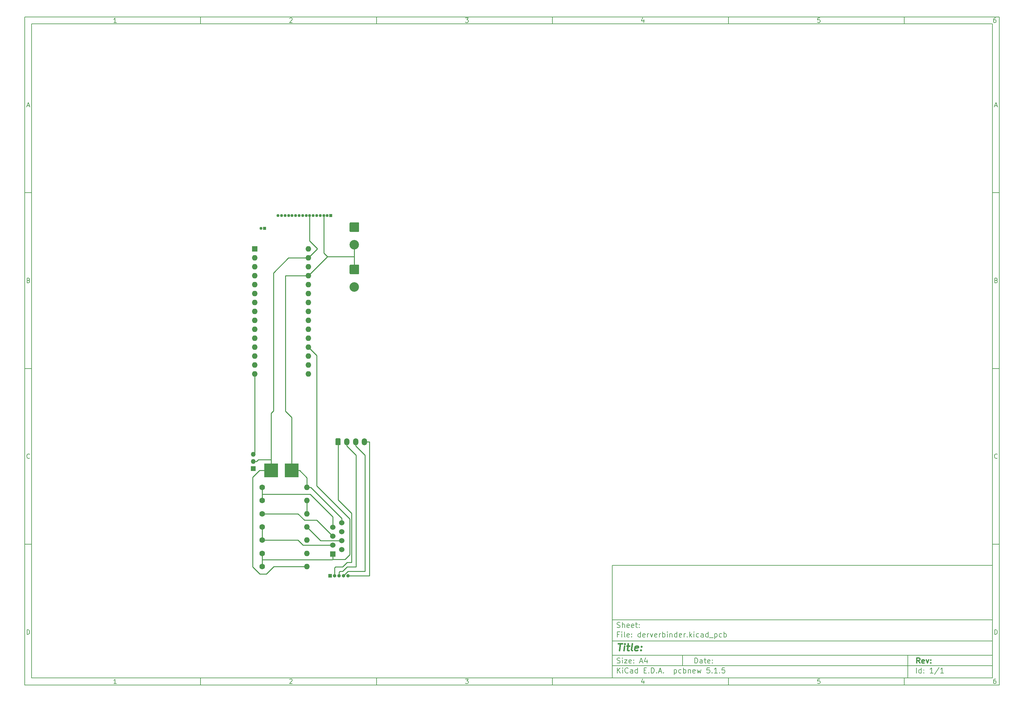
<source format=gbr>
G04 #@! TF.GenerationSoftware,KiCad,Pcbnew,5.1.5*
G04 #@! TF.CreationDate,2019-11-29T13:32:30+01:00*
G04 #@! TF.ProjectId,derverbinder,64657276-6572-4626-996e-6465722e6b69,rev?*
G04 #@! TF.SameCoordinates,Original*
G04 #@! TF.FileFunction,Copper,L1,Top*
G04 #@! TF.FilePolarity,Positive*
%FSLAX46Y46*%
G04 Gerber Fmt 4.6, Leading zero omitted, Abs format (unit mm)*
G04 Created by KiCad (PCBNEW 5.1.5) date 2019-11-29 13:32:30*
%MOMM*%
%LPD*%
G04 APERTURE LIST*
%ADD10C,0.100000*%
%ADD11C,0.150000*%
%ADD12C,0.300000*%
%ADD13C,0.400000*%
%ADD14O,1.350000X1.350000*%
%ADD15R,1.350000X1.350000*%
%ADD16O,1.500000X2.000000*%
%ADD17C,1.600000*%
%ADD18O,1.600000X1.600000*%
%ADD19R,4.000000X4.000000*%
%ADD20R,1.600000X1.600000*%
%ADD21C,2.700000*%
%ADD22O,0.850000X0.850000*%
%ADD23R,0.850000X0.850000*%
%ADD24O,1.000000X1.000000*%
%ADD25R,1.000000X1.000000*%
%ADD26R,1.524000X1.524000*%
%ADD27C,1.524000*%
%ADD28C,0.250000*%
G04 APERTURE END LIST*
D10*
D11*
X177002200Y-166007200D02*
X177002200Y-198007200D01*
X285002200Y-198007200D01*
X285002200Y-166007200D01*
X177002200Y-166007200D01*
D10*
D11*
X10000000Y-10000000D02*
X10000000Y-200007200D01*
X287002200Y-200007200D01*
X287002200Y-10000000D01*
X10000000Y-10000000D01*
D10*
D11*
X12000000Y-12000000D02*
X12000000Y-198007200D01*
X285002200Y-198007200D01*
X285002200Y-12000000D01*
X12000000Y-12000000D01*
D10*
D11*
X60000000Y-12000000D02*
X60000000Y-10000000D01*
D10*
D11*
X110000000Y-12000000D02*
X110000000Y-10000000D01*
D10*
D11*
X160000000Y-12000000D02*
X160000000Y-10000000D01*
D10*
D11*
X210000000Y-12000000D02*
X210000000Y-10000000D01*
D10*
D11*
X260000000Y-12000000D02*
X260000000Y-10000000D01*
D10*
D11*
X36065476Y-11588095D02*
X35322619Y-11588095D01*
X35694047Y-11588095D02*
X35694047Y-10288095D01*
X35570238Y-10473809D01*
X35446428Y-10597619D01*
X35322619Y-10659523D01*
D10*
D11*
X85322619Y-10411904D02*
X85384523Y-10350000D01*
X85508333Y-10288095D01*
X85817857Y-10288095D01*
X85941666Y-10350000D01*
X86003571Y-10411904D01*
X86065476Y-10535714D01*
X86065476Y-10659523D01*
X86003571Y-10845238D01*
X85260714Y-11588095D01*
X86065476Y-11588095D01*
D10*
D11*
X135260714Y-10288095D02*
X136065476Y-10288095D01*
X135632142Y-10783333D01*
X135817857Y-10783333D01*
X135941666Y-10845238D01*
X136003571Y-10907142D01*
X136065476Y-11030952D01*
X136065476Y-11340476D01*
X136003571Y-11464285D01*
X135941666Y-11526190D01*
X135817857Y-11588095D01*
X135446428Y-11588095D01*
X135322619Y-11526190D01*
X135260714Y-11464285D01*
D10*
D11*
X185941666Y-10721428D02*
X185941666Y-11588095D01*
X185632142Y-10226190D02*
X185322619Y-11154761D01*
X186127380Y-11154761D01*
D10*
D11*
X236003571Y-10288095D02*
X235384523Y-10288095D01*
X235322619Y-10907142D01*
X235384523Y-10845238D01*
X235508333Y-10783333D01*
X235817857Y-10783333D01*
X235941666Y-10845238D01*
X236003571Y-10907142D01*
X236065476Y-11030952D01*
X236065476Y-11340476D01*
X236003571Y-11464285D01*
X235941666Y-11526190D01*
X235817857Y-11588095D01*
X235508333Y-11588095D01*
X235384523Y-11526190D01*
X235322619Y-11464285D01*
D10*
D11*
X285941666Y-10288095D02*
X285694047Y-10288095D01*
X285570238Y-10350000D01*
X285508333Y-10411904D01*
X285384523Y-10597619D01*
X285322619Y-10845238D01*
X285322619Y-11340476D01*
X285384523Y-11464285D01*
X285446428Y-11526190D01*
X285570238Y-11588095D01*
X285817857Y-11588095D01*
X285941666Y-11526190D01*
X286003571Y-11464285D01*
X286065476Y-11340476D01*
X286065476Y-11030952D01*
X286003571Y-10907142D01*
X285941666Y-10845238D01*
X285817857Y-10783333D01*
X285570238Y-10783333D01*
X285446428Y-10845238D01*
X285384523Y-10907142D01*
X285322619Y-11030952D01*
D10*
D11*
X60000000Y-198007200D02*
X60000000Y-200007200D01*
D10*
D11*
X110000000Y-198007200D02*
X110000000Y-200007200D01*
D10*
D11*
X160000000Y-198007200D02*
X160000000Y-200007200D01*
D10*
D11*
X210000000Y-198007200D02*
X210000000Y-200007200D01*
D10*
D11*
X260000000Y-198007200D02*
X260000000Y-200007200D01*
D10*
D11*
X36065476Y-199595295D02*
X35322619Y-199595295D01*
X35694047Y-199595295D02*
X35694047Y-198295295D01*
X35570238Y-198481009D01*
X35446428Y-198604819D01*
X35322619Y-198666723D01*
D10*
D11*
X85322619Y-198419104D02*
X85384523Y-198357200D01*
X85508333Y-198295295D01*
X85817857Y-198295295D01*
X85941666Y-198357200D01*
X86003571Y-198419104D01*
X86065476Y-198542914D01*
X86065476Y-198666723D01*
X86003571Y-198852438D01*
X85260714Y-199595295D01*
X86065476Y-199595295D01*
D10*
D11*
X135260714Y-198295295D02*
X136065476Y-198295295D01*
X135632142Y-198790533D01*
X135817857Y-198790533D01*
X135941666Y-198852438D01*
X136003571Y-198914342D01*
X136065476Y-199038152D01*
X136065476Y-199347676D01*
X136003571Y-199471485D01*
X135941666Y-199533390D01*
X135817857Y-199595295D01*
X135446428Y-199595295D01*
X135322619Y-199533390D01*
X135260714Y-199471485D01*
D10*
D11*
X185941666Y-198728628D02*
X185941666Y-199595295D01*
X185632142Y-198233390D02*
X185322619Y-199161961D01*
X186127380Y-199161961D01*
D10*
D11*
X236003571Y-198295295D02*
X235384523Y-198295295D01*
X235322619Y-198914342D01*
X235384523Y-198852438D01*
X235508333Y-198790533D01*
X235817857Y-198790533D01*
X235941666Y-198852438D01*
X236003571Y-198914342D01*
X236065476Y-199038152D01*
X236065476Y-199347676D01*
X236003571Y-199471485D01*
X235941666Y-199533390D01*
X235817857Y-199595295D01*
X235508333Y-199595295D01*
X235384523Y-199533390D01*
X235322619Y-199471485D01*
D10*
D11*
X285941666Y-198295295D02*
X285694047Y-198295295D01*
X285570238Y-198357200D01*
X285508333Y-198419104D01*
X285384523Y-198604819D01*
X285322619Y-198852438D01*
X285322619Y-199347676D01*
X285384523Y-199471485D01*
X285446428Y-199533390D01*
X285570238Y-199595295D01*
X285817857Y-199595295D01*
X285941666Y-199533390D01*
X286003571Y-199471485D01*
X286065476Y-199347676D01*
X286065476Y-199038152D01*
X286003571Y-198914342D01*
X285941666Y-198852438D01*
X285817857Y-198790533D01*
X285570238Y-198790533D01*
X285446428Y-198852438D01*
X285384523Y-198914342D01*
X285322619Y-199038152D01*
D10*
D11*
X10000000Y-60000000D02*
X12000000Y-60000000D01*
D10*
D11*
X10000000Y-110000000D02*
X12000000Y-110000000D01*
D10*
D11*
X10000000Y-160000000D02*
X12000000Y-160000000D01*
D10*
D11*
X10690476Y-35216666D02*
X11309523Y-35216666D01*
X10566666Y-35588095D02*
X11000000Y-34288095D01*
X11433333Y-35588095D01*
D10*
D11*
X11092857Y-84907142D02*
X11278571Y-84969047D01*
X11340476Y-85030952D01*
X11402380Y-85154761D01*
X11402380Y-85340476D01*
X11340476Y-85464285D01*
X11278571Y-85526190D01*
X11154761Y-85588095D01*
X10659523Y-85588095D01*
X10659523Y-84288095D01*
X11092857Y-84288095D01*
X11216666Y-84350000D01*
X11278571Y-84411904D01*
X11340476Y-84535714D01*
X11340476Y-84659523D01*
X11278571Y-84783333D01*
X11216666Y-84845238D01*
X11092857Y-84907142D01*
X10659523Y-84907142D01*
D10*
D11*
X11402380Y-135464285D02*
X11340476Y-135526190D01*
X11154761Y-135588095D01*
X11030952Y-135588095D01*
X10845238Y-135526190D01*
X10721428Y-135402380D01*
X10659523Y-135278571D01*
X10597619Y-135030952D01*
X10597619Y-134845238D01*
X10659523Y-134597619D01*
X10721428Y-134473809D01*
X10845238Y-134350000D01*
X11030952Y-134288095D01*
X11154761Y-134288095D01*
X11340476Y-134350000D01*
X11402380Y-134411904D01*
D10*
D11*
X10659523Y-185588095D02*
X10659523Y-184288095D01*
X10969047Y-184288095D01*
X11154761Y-184350000D01*
X11278571Y-184473809D01*
X11340476Y-184597619D01*
X11402380Y-184845238D01*
X11402380Y-185030952D01*
X11340476Y-185278571D01*
X11278571Y-185402380D01*
X11154761Y-185526190D01*
X10969047Y-185588095D01*
X10659523Y-185588095D01*
D10*
D11*
X287002200Y-60000000D02*
X285002200Y-60000000D01*
D10*
D11*
X287002200Y-110000000D02*
X285002200Y-110000000D01*
D10*
D11*
X287002200Y-160000000D02*
X285002200Y-160000000D01*
D10*
D11*
X285692676Y-35216666D02*
X286311723Y-35216666D01*
X285568866Y-35588095D02*
X286002200Y-34288095D01*
X286435533Y-35588095D01*
D10*
D11*
X286095057Y-84907142D02*
X286280771Y-84969047D01*
X286342676Y-85030952D01*
X286404580Y-85154761D01*
X286404580Y-85340476D01*
X286342676Y-85464285D01*
X286280771Y-85526190D01*
X286156961Y-85588095D01*
X285661723Y-85588095D01*
X285661723Y-84288095D01*
X286095057Y-84288095D01*
X286218866Y-84350000D01*
X286280771Y-84411904D01*
X286342676Y-84535714D01*
X286342676Y-84659523D01*
X286280771Y-84783333D01*
X286218866Y-84845238D01*
X286095057Y-84907142D01*
X285661723Y-84907142D01*
D10*
D11*
X286404580Y-135464285D02*
X286342676Y-135526190D01*
X286156961Y-135588095D01*
X286033152Y-135588095D01*
X285847438Y-135526190D01*
X285723628Y-135402380D01*
X285661723Y-135278571D01*
X285599819Y-135030952D01*
X285599819Y-134845238D01*
X285661723Y-134597619D01*
X285723628Y-134473809D01*
X285847438Y-134350000D01*
X286033152Y-134288095D01*
X286156961Y-134288095D01*
X286342676Y-134350000D01*
X286404580Y-134411904D01*
D10*
D11*
X285661723Y-185588095D02*
X285661723Y-184288095D01*
X285971247Y-184288095D01*
X286156961Y-184350000D01*
X286280771Y-184473809D01*
X286342676Y-184597619D01*
X286404580Y-184845238D01*
X286404580Y-185030952D01*
X286342676Y-185278571D01*
X286280771Y-185402380D01*
X286156961Y-185526190D01*
X285971247Y-185588095D01*
X285661723Y-185588095D01*
D10*
D11*
X200434342Y-193785771D02*
X200434342Y-192285771D01*
X200791485Y-192285771D01*
X201005771Y-192357200D01*
X201148628Y-192500057D01*
X201220057Y-192642914D01*
X201291485Y-192928628D01*
X201291485Y-193142914D01*
X201220057Y-193428628D01*
X201148628Y-193571485D01*
X201005771Y-193714342D01*
X200791485Y-193785771D01*
X200434342Y-193785771D01*
X202577200Y-193785771D02*
X202577200Y-193000057D01*
X202505771Y-192857200D01*
X202362914Y-192785771D01*
X202077200Y-192785771D01*
X201934342Y-192857200D01*
X202577200Y-193714342D02*
X202434342Y-193785771D01*
X202077200Y-193785771D01*
X201934342Y-193714342D01*
X201862914Y-193571485D01*
X201862914Y-193428628D01*
X201934342Y-193285771D01*
X202077200Y-193214342D01*
X202434342Y-193214342D01*
X202577200Y-193142914D01*
X203077200Y-192785771D02*
X203648628Y-192785771D01*
X203291485Y-192285771D02*
X203291485Y-193571485D01*
X203362914Y-193714342D01*
X203505771Y-193785771D01*
X203648628Y-193785771D01*
X204720057Y-193714342D02*
X204577200Y-193785771D01*
X204291485Y-193785771D01*
X204148628Y-193714342D01*
X204077200Y-193571485D01*
X204077200Y-193000057D01*
X204148628Y-192857200D01*
X204291485Y-192785771D01*
X204577200Y-192785771D01*
X204720057Y-192857200D01*
X204791485Y-193000057D01*
X204791485Y-193142914D01*
X204077200Y-193285771D01*
X205434342Y-193642914D02*
X205505771Y-193714342D01*
X205434342Y-193785771D01*
X205362914Y-193714342D01*
X205434342Y-193642914D01*
X205434342Y-193785771D01*
X205434342Y-192857200D02*
X205505771Y-192928628D01*
X205434342Y-193000057D01*
X205362914Y-192928628D01*
X205434342Y-192857200D01*
X205434342Y-193000057D01*
D10*
D11*
X177002200Y-194507200D02*
X285002200Y-194507200D01*
D10*
D11*
X178434342Y-196585771D02*
X178434342Y-195085771D01*
X179291485Y-196585771D02*
X178648628Y-195728628D01*
X179291485Y-195085771D02*
X178434342Y-195942914D01*
X179934342Y-196585771D02*
X179934342Y-195585771D01*
X179934342Y-195085771D02*
X179862914Y-195157200D01*
X179934342Y-195228628D01*
X180005771Y-195157200D01*
X179934342Y-195085771D01*
X179934342Y-195228628D01*
X181505771Y-196442914D02*
X181434342Y-196514342D01*
X181220057Y-196585771D01*
X181077200Y-196585771D01*
X180862914Y-196514342D01*
X180720057Y-196371485D01*
X180648628Y-196228628D01*
X180577200Y-195942914D01*
X180577200Y-195728628D01*
X180648628Y-195442914D01*
X180720057Y-195300057D01*
X180862914Y-195157200D01*
X181077200Y-195085771D01*
X181220057Y-195085771D01*
X181434342Y-195157200D01*
X181505771Y-195228628D01*
X182791485Y-196585771D02*
X182791485Y-195800057D01*
X182720057Y-195657200D01*
X182577200Y-195585771D01*
X182291485Y-195585771D01*
X182148628Y-195657200D01*
X182791485Y-196514342D02*
X182648628Y-196585771D01*
X182291485Y-196585771D01*
X182148628Y-196514342D01*
X182077200Y-196371485D01*
X182077200Y-196228628D01*
X182148628Y-196085771D01*
X182291485Y-196014342D01*
X182648628Y-196014342D01*
X182791485Y-195942914D01*
X184148628Y-196585771D02*
X184148628Y-195085771D01*
X184148628Y-196514342D02*
X184005771Y-196585771D01*
X183720057Y-196585771D01*
X183577200Y-196514342D01*
X183505771Y-196442914D01*
X183434342Y-196300057D01*
X183434342Y-195871485D01*
X183505771Y-195728628D01*
X183577200Y-195657200D01*
X183720057Y-195585771D01*
X184005771Y-195585771D01*
X184148628Y-195657200D01*
X186005771Y-195800057D02*
X186505771Y-195800057D01*
X186720057Y-196585771D02*
X186005771Y-196585771D01*
X186005771Y-195085771D01*
X186720057Y-195085771D01*
X187362914Y-196442914D02*
X187434342Y-196514342D01*
X187362914Y-196585771D01*
X187291485Y-196514342D01*
X187362914Y-196442914D01*
X187362914Y-196585771D01*
X188077200Y-196585771D02*
X188077200Y-195085771D01*
X188434342Y-195085771D01*
X188648628Y-195157200D01*
X188791485Y-195300057D01*
X188862914Y-195442914D01*
X188934342Y-195728628D01*
X188934342Y-195942914D01*
X188862914Y-196228628D01*
X188791485Y-196371485D01*
X188648628Y-196514342D01*
X188434342Y-196585771D01*
X188077200Y-196585771D01*
X189577200Y-196442914D02*
X189648628Y-196514342D01*
X189577200Y-196585771D01*
X189505771Y-196514342D01*
X189577200Y-196442914D01*
X189577200Y-196585771D01*
X190220057Y-196157200D02*
X190934342Y-196157200D01*
X190077200Y-196585771D02*
X190577200Y-195085771D01*
X191077200Y-196585771D01*
X191577200Y-196442914D02*
X191648628Y-196514342D01*
X191577200Y-196585771D01*
X191505771Y-196514342D01*
X191577200Y-196442914D01*
X191577200Y-196585771D01*
X194577200Y-195585771D02*
X194577200Y-197085771D01*
X194577200Y-195657200D02*
X194720057Y-195585771D01*
X195005771Y-195585771D01*
X195148628Y-195657200D01*
X195220057Y-195728628D01*
X195291485Y-195871485D01*
X195291485Y-196300057D01*
X195220057Y-196442914D01*
X195148628Y-196514342D01*
X195005771Y-196585771D01*
X194720057Y-196585771D01*
X194577200Y-196514342D01*
X196577200Y-196514342D02*
X196434342Y-196585771D01*
X196148628Y-196585771D01*
X196005771Y-196514342D01*
X195934342Y-196442914D01*
X195862914Y-196300057D01*
X195862914Y-195871485D01*
X195934342Y-195728628D01*
X196005771Y-195657200D01*
X196148628Y-195585771D01*
X196434342Y-195585771D01*
X196577200Y-195657200D01*
X197220057Y-196585771D02*
X197220057Y-195085771D01*
X197220057Y-195657200D02*
X197362914Y-195585771D01*
X197648628Y-195585771D01*
X197791485Y-195657200D01*
X197862914Y-195728628D01*
X197934342Y-195871485D01*
X197934342Y-196300057D01*
X197862914Y-196442914D01*
X197791485Y-196514342D01*
X197648628Y-196585771D01*
X197362914Y-196585771D01*
X197220057Y-196514342D01*
X198577200Y-195585771D02*
X198577200Y-196585771D01*
X198577200Y-195728628D02*
X198648628Y-195657200D01*
X198791485Y-195585771D01*
X199005771Y-195585771D01*
X199148628Y-195657200D01*
X199220057Y-195800057D01*
X199220057Y-196585771D01*
X200505771Y-196514342D02*
X200362914Y-196585771D01*
X200077200Y-196585771D01*
X199934342Y-196514342D01*
X199862914Y-196371485D01*
X199862914Y-195800057D01*
X199934342Y-195657200D01*
X200077200Y-195585771D01*
X200362914Y-195585771D01*
X200505771Y-195657200D01*
X200577200Y-195800057D01*
X200577200Y-195942914D01*
X199862914Y-196085771D01*
X201077200Y-195585771D02*
X201362914Y-196585771D01*
X201648628Y-195871485D01*
X201934342Y-196585771D01*
X202220057Y-195585771D01*
X204648628Y-195085771D02*
X203934342Y-195085771D01*
X203862914Y-195800057D01*
X203934342Y-195728628D01*
X204077200Y-195657200D01*
X204434342Y-195657200D01*
X204577200Y-195728628D01*
X204648628Y-195800057D01*
X204720057Y-195942914D01*
X204720057Y-196300057D01*
X204648628Y-196442914D01*
X204577200Y-196514342D01*
X204434342Y-196585771D01*
X204077200Y-196585771D01*
X203934342Y-196514342D01*
X203862914Y-196442914D01*
X205362914Y-196442914D02*
X205434342Y-196514342D01*
X205362914Y-196585771D01*
X205291485Y-196514342D01*
X205362914Y-196442914D01*
X205362914Y-196585771D01*
X206862914Y-196585771D02*
X206005771Y-196585771D01*
X206434342Y-196585771D02*
X206434342Y-195085771D01*
X206291485Y-195300057D01*
X206148628Y-195442914D01*
X206005771Y-195514342D01*
X207505771Y-196442914D02*
X207577200Y-196514342D01*
X207505771Y-196585771D01*
X207434342Y-196514342D01*
X207505771Y-196442914D01*
X207505771Y-196585771D01*
X208934342Y-195085771D02*
X208220057Y-195085771D01*
X208148628Y-195800057D01*
X208220057Y-195728628D01*
X208362914Y-195657200D01*
X208720057Y-195657200D01*
X208862914Y-195728628D01*
X208934342Y-195800057D01*
X209005771Y-195942914D01*
X209005771Y-196300057D01*
X208934342Y-196442914D01*
X208862914Y-196514342D01*
X208720057Y-196585771D01*
X208362914Y-196585771D01*
X208220057Y-196514342D01*
X208148628Y-196442914D01*
D10*
D11*
X177002200Y-191507200D02*
X285002200Y-191507200D01*
D10*
D12*
X264411485Y-193785771D02*
X263911485Y-193071485D01*
X263554342Y-193785771D02*
X263554342Y-192285771D01*
X264125771Y-192285771D01*
X264268628Y-192357200D01*
X264340057Y-192428628D01*
X264411485Y-192571485D01*
X264411485Y-192785771D01*
X264340057Y-192928628D01*
X264268628Y-193000057D01*
X264125771Y-193071485D01*
X263554342Y-193071485D01*
X265625771Y-193714342D02*
X265482914Y-193785771D01*
X265197200Y-193785771D01*
X265054342Y-193714342D01*
X264982914Y-193571485D01*
X264982914Y-193000057D01*
X265054342Y-192857200D01*
X265197200Y-192785771D01*
X265482914Y-192785771D01*
X265625771Y-192857200D01*
X265697200Y-193000057D01*
X265697200Y-193142914D01*
X264982914Y-193285771D01*
X266197200Y-192785771D02*
X266554342Y-193785771D01*
X266911485Y-192785771D01*
X267482914Y-193642914D02*
X267554342Y-193714342D01*
X267482914Y-193785771D01*
X267411485Y-193714342D01*
X267482914Y-193642914D01*
X267482914Y-193785771D01*
X267482914Y-192857200D02*
X267554342Y-192928628D01*
X267482914Y-193000057D01*
X267411485Y-192928628D01*
X267482914Y-192857200D01*
X267482914Y-193000057D01*
D10*
D11*
X178362914Y-193714342D02*
X178577200Y-193785771D01*
X178934342Y-193785771D01*
X179077200Y-193714342D01*
X179148628Y-193642914D01*
X179220057Y-193500057D01*
X179220057Y-193357200D01*
X179148628Y-193214342D01*
X179077200Y-193142914D01*
X178934342Y-193071485D01*
X178648628Y-193000057D01*
X178505771Y-192928628D01*
X178434342Y-192857200D01*
X178362914Y-192714342D01*
X178362914Y-192571485D01*
X178434342Y-192428628D01*
X178505771Y-192357200D01*
X178648628Y-192285771D01*
X179005771Y-192285771D01*
X179220057Y-192357200D01*
X179862914Y-193785771D02*
X179862914Y-192785771D01*
X179862914Y-192285771D02*
X179791485Y-192357200D01*
X179862914Y-192428628D01*
X179934342Y-192357200D01*
X179862914Y-192285771D01*
X179862914Y-192428628D01*
X180434342Y-192785771D02*
X181220057Y-192785771D01*
X180434342Y-193785771D01*
X181220057Y-193785771D01*
X182362914Y-193714342D02*
X182220057Y-193785771D01*
X181934342Y-193785771D01*
X181791485Y-193714342D01*
X181720057Y-193571485D01*
X181720057Y-193000057D01*
X181791485Y-192857200D01*
X181934342Y-192785771D01*
X182220057Y-192785771D01*
X182362914Y-192857200D01*
X182434342Y-193000057D01*
X182434342Y-193142914D01*
X181720057Y-193285771D01*
X183077200Y-193642914D02*
X183148628Y-193714342D01*
X183077200Y-193785771D01*
X183005771Y-193714342D01*
X183077200Y-193642914D01*
X183077200Y-193785771D01*
X183077200Y-192857200D02*
X183148628Y-192928628D01*
X183077200Y-193000057D01*
X183005771Y-192928628D01*
X183077200Y-192857200D01*
X183077200Y-193000057D01*
X184862914Y-193357200D02*
X185577200Y-193357200D01*
X184720057Y-193785771D02*
X185220057Y-192285771D01*
X185720057Y-193785771D01*
X186862914Y-192785771D02*
X186862914Y-193785771D01*
X186505771Y-192214342D02*
X186148628Y-193285771D01*
X187077200Y-193285771D01*
D10*
D11*
X263434342Y-196585771D02*
X263434342Y-195085771D01*
X264791485Y-196585771D02*
X264791485Y-195085771D01*
X264791485Y-196514342D02*
X264648628Y-196585771D01*
X264362914Y-196585771D01*
X264220057Y-196514342D01*
X264148628Y-196442914D01*
X264077200Y-196300057D01*
X264077200Y-195871485D01*
X264148628Y-195728628D01*
X264220057Y-195657200D01*
X264362914Y-195585771D01*
X264648628Y-195585771D01*
X264791485Y-195657200D01*
X265505771Y-196442914D02*
X265577200Y-196514342D01*
X265505771Y-196585771D01*
X265434342Y-196514342D01*
X265505771Y-196442914D01*
X265505771Y-196585771D01*
X265505771Y-195657200D02*
X265577200Y-195728628D01*
X265505771Y-195800057D01*
X265434342Y-195728628D01*
X265505771Y-195657200D01*
X265505771Y-195800057D01*
X268148628Y-196585771D02*
X267291485Y-196585771D01*
X267720057Y-196585771D02*
X267720057Y-195085771D01*
X267577200Y-195300057D01*
X267434342Y-195442914D01*
X267291485Y-195514342D01*
X269862914Y-195014342D02*
X268577200Y-196942914D01*
X271148628Y-196585771D02*
X270291485Y-196585771D01*
X270720057Y-196585771D02*
X270720057Y-195085771D01*
X270577200Y-195300057D01*
X270434342Y-195442914D01*
X270291485Y-195514342D01*
D10*
D11*
X177002200Y-187507200D02*
X285002200Y-187507200D01*
D10*
D13*
X178714580Y-188211961D02*
X179857438Y-188211961D01*
X179036009Y-190211961D02*
X179286009Y-188211961D01*
X180274104Y-190211961D02*
X180440771Y-188878628D01*
X180524104Y-188211961D02*
X180416961Y-188307200D01*
X180500295Y-188402438D01*
X180607438Y-188307200D01*
X180524104Y-188211961D01*
X180500295Y-188402438D01*
X181107438Y-188878628D02*
X181869342Y-188878628D01*
X181476485Y-188211961D02*
X181262200Y-189926247D01*
X181333628Y-190116723D01*
X181512200Y-190211961D01*
X181702676Y-190211961D01*
X182655057Y-190211961D02*
X182476485Y-190116723D01*
X182405057Y-189926247D01*
X182619342Y-188211961D01*
X184190771Y-190116723D02*
X183988390Y-190211961D01*
X183607438Y-190211961D01*
X183428866Y-190116723D01*
X183357438Y-189926247D01*
X183452676Y-189164342D01*
X183571723Y-188973866D01*
X183774104Y-188878628D01*
X184155057Y-188878628D01*
X184333628Y-188973866D01*
X184405057Y-189164342D01*
X184381247Y-189354819D01*
X183405057Y-189545295D01*
X185155057Y-190021485D02*
X185238390Y-190116723D01*
X185131247Y-190211961D01*
X185047914Y-190116723D01*
X185155057Y-190021485D01*
X185131247Y-190211961D01*
X185286009Y-188973866D02*
X185369342Y-189069104D01*
X185262200Y-189164342D01*
X185178866Y-189069104D01*
X185286009Y-188973866D01*
X185262200Y-189164342D01*
D10*
D11*
X178934342Y-185600057D02*
X178434342Y-185600057D01*
X178434342Y-186385771D02*
X178434342Y-184885771D01*
X179148628Y-184885771D01*
X179720057Y-186385771D02*
X179720057Y-185385771D01*
X179720057Y-184885771D02*
X179648628Y-184957200D01*
X179720057Y-185028628D01*
X179791485Y-184957200D01*
X179720057Y-184885771D01*
X179720057Y-185028628D01*
X180648628Y-186385771D02*
X180505771Y-186314342D01*
X180434342Y-186171485D01*
X180434342Y-184885771D01*
X181791485Y-186314342D02*
X181648628Y-186385771D01*
X181362914Y-186385771D01*
X181220057Y-186314342D01*
X181148628Y-186171485D01*
X181148628Y-185600057D01*
X181220057Y-185457200D01*
X181362914Y-185385771D01*
X181648628Y-185385771D01*
X181791485Y-185457200D01*
X181862914Y-185600057D01*
X181862914Y-185742914D01*
X181148628Y-185885771D01*
X182505771Y-186242914D02*
X182577200Y-186314342D01*
X182505771Y-186385771D01*
X182434342Y-186314342D01*
X182505771Y-186242914D01*
X182505771Y-186385771D01*
X182505771Y-185457200D02*
X182577200Y-185528628D01*
X182505771Y-185600057D01*
X182434342Y-185528628D01*
X182505771Y-185457200D01*
X182505771Y-185600057D01*
X185005771Y-186385771D02*
X185005771Y-184885771D01*
X185005771Y-186314342D02*
X184862914Y-186385771D01*
X184577200Y-186385771D01*
X184434342Y-186314342D01*
X184362914Y-186242914D01*
X184291485Y-186100057D01*
X184291485Y-185671485D01*
X184362914Y-185528628D01*
X184434342Y-185457200D01*
X184577200Y-185385771D01*
X184862914Y-185385771D01*
X185005771Y-185457200D01*
X186291485Y-186314342D02*
X186148628Y-186385771D01*
X185862914Y-186385771D01*
X185720057Y-186314342D01*
X185648628Y-186171485D01*
X185648628Y-185600057D01*
X185720057Y-185457200D01*
X185862914Y-185385771D01*
X186148628Y-185385771D01*
X186291485Y-185457200D01*
X186362914Y-185600057D01*
X186362914Y-185742914D01*
X185648628Y-185885771D01*
X187005771Y-186385771D02*
X187005771Y-185385771D01*
X187005771Y-185671485D02*
X187077200Y-185528628D01*
X187148628Y-185457200D01*
X187291485Y-185385771D01*
X187434342Y-185385771D01*
X187791485Y-185385771D02*
X188148628Y-186385771D01*
X188505771Y-185385771D01*
X189648628Y-186314342D02*
X189505771Y-186385771D01*
X189220057Y-186385771D01*
X189077200Y-186314342D01*
X189005771Y-186171485D01*
X189005771Y-185600057D01*
X189077200Y-185457200D01*
X189220057Y-185385771D01*
X189505771Y-185385771D01*
X189648628Y-185457200D01*
X189720057Y-185600057D01*
X189720057Y-185742914D01*
X189005771Y-185885771D01*
X190362914Y-186385771D02*
X190362914Y-185385771D01*
X190362914Y-185671485D02*
X190434342Y-185528628D01*
X190505771Y-185457200D01*
X190648628Y-185385771D01*
X190791485Y-185385771D01*
X191291485Y-186385771D02*
X191291485Y-184885771D01*
X191291485Y-185457200D02*
X191434342Y-185385771D01*
X191720057Y-185385771D01*
X191862914Y-185457200D01*
X191934342Y-185528628D01*
X192005771Y-185671485D01*
X192005771Y-186100057D01*
X191934342Y-186242914D01*
X191862914Y-186314342D01*
X191720057Y-186385771D01*
X191434342Y-186385771D01*
X191291485Y-186314342D01*
X192648628Y-186385771D02*
X192648628Y-185385771D01*
X192648628Y-184885771D02*
X192577200Y-184957200D01*
X192648628Y-185028628D01*
X192720057Y-184957200D01*
X192648628Y-184885771D01*
X192648628Y-185028628D01*
X193362914Y-185385771D02*
X193362914Y-186385771D01*
X193362914Y-185528628D02*
X193434342Y-185457200D01*
X193577200Y-185385771D01*
X193791485Y-185385771D01*
X193934342Y-185457200D01*
X194005771Y-185600057D01*
X194005771Y-186385771D01*
X195362914Y-186385771D02*
X195362914Y-184885771D01*
X195362914Y-186314342D02*
X195220057Y-186385771D01*
X194934342Y-186385771D01*
X194791485Y-186314342D01*
X194720057Y-186242914D01*
X194648628Y-186100057D01*
X194648628Y-185671485D01*
X194720057Y-185528628D01*
X194791485Y-185457200D01*
X194934342Y-185385771D01*
X195220057Y-185385771D01*
X195362914Y-185457200D01*
X196648628Y-186314342D02*
X196505771Y-186385771D01*
X196220057Y-186385771D01*
X196077200Y-186314342D01*
X196005771Y-186171485D01*
X196005771Y-185600057D01*
X196077200Y-185457200D01*
X196220057Y-185385771D01*
X196505771Y-185385771D01*
X196648628Y-185457200D01*
X196720057Y-185600057D01*
X196720057Y-185742914D01*
X196005771Y-185885771D01*
X197362914Y-186385771D02*
X197362914Y-185385771D01*
X197362914Y-185671485D02*
X197434342Y-185528628D01*
X197505771Y-185457200D01*
X197648628Y-185385771D01*
X197791485Y-185385771D01*
X198291485Y-186242914D02*
X198362914Y-186314342D01*
X198291485Y-186385771D01*
X198220057Y-186314342D01*
X198291485Y-186242914D01*
X198291485Y-186385771D01*
X199005771Y-186385771D02*
X199005771Y-184885771D01*
X199148628Y-185814342D02*
X199577200Y-186385771D01*
X199577200Y-185385771D02*
X199005771Y-185957200D01*
X200220057Y-186385771D02*
X200220057Y-185385771D01*
X200220057Y-184885771D02*
X200148628Y-184957200D01*
X200220057Y-185028628D01*
X200291485Y-184957200D01*
X200220057Y-184885771D01*
X200220057Y-185028628D01*
X201577200Y-186314342D02*
X201434342Y-186385771D01*
X201148628Y-186385771D01*
X201005771Y-186314342D01*
X200934342Y-186242914D01*
X200862914Y-186100057D01*
X200862914Y-185671485D01*
X200934342Y-185528628D01*
X201005771Y-185457200D01*
X201148628Y-185385771D01*
X201434342Y-185385771D01*
X201577200Y-185457200D01*
X202862914Y-186385771D02*
X202862914Y-185600057D01*
X202791485Y-185457200D01*
X202648628Y-185385771D01*
X202362914Y-185385771D01*
X202220057Y-185457200D01*
X202862914Y-186314342D02*
X202720057Y-186385771D01*
X202362914Y-186385771D01*
X202220057Y-186314342D01*
X202148628Y-186171485D01*
X202148628Y-186028628D01*
X202220057Y-185885771D01*
X202362914Y-185814342D01*
X202720057Y-185814342D01*
X202862914Y-185742914D01*
X204220057Y-186385771D02*
X204220057Y-184885771D01*
X204220057Y-186314342D02*
X204077200Y-186385771D01*
X203791485Y-186385771D01*
X203648628Y-186314342D01*
X203577200Y-186242914D01*
X203505771Y-186100057D01*
X203505771Y-185671485D01*
X203577200Y-185528628D01*
X203648628Y-185457200D01*
X203791485Y-185385771D01*
X204077200Y-185385771D01*
X204220057Y-185457200D01*
X204577200Y-186528628D02*
X205720057Y-186528628D01*
X206077200Y-185385771D02*
X206077200Y-186885771D01*
X206077200Y-185457200D02*
X206220057Y-185385771D01*
X206505771Y-185385771D01*
X206648628Y-185457200D01*
X206720057Y-185528628D01*
X206791485Y-185671485D01*
X206791485Y-186100057D01*
X206720057Y-186242914D01*
X206648628Y-186314342D01*
X206505771Y-186385771D01*
X206220057Y-186385771D01*
X206077200Y-186314342D01*
X208077200Y-186314342D02*
X207934342Y-186385771D01*
X207648628Y-186385771D01*
X207505771Y-186314342D01*
X207434342Y-186242914D01*
X207362914Y-186100057D01*
X207362914Y-185671485D01*
X207434342Y-185528628D01*
X207505771Y-185457200D01*
X207648628Y-185385771D01*
X207934342Y-185385771D01*
X208077200Y-185457200D01*
X208720057Y-186385771D02*
X208720057Y-184885771D01*
X208720057Y-185457200D02*
X208862914Y-185385771D01*
X209148628Y-185385771D01*
X209291485Y-185457200D01*
X209362914Y-185528628D01*
X209434342Y-185671485D01*
X209434342Y-186100057D01*
X209362914Y-186242914D01*
X209291485Y-186314342D01*
X209148628Y-186385771D01*
X208862914Y-186385771D01*
X208720057Y-186314342D01*
D10*
D11*
X177002200Y-181507200D02*
X285002200Y-181507200D01*
D10*
D11*
X178362914Y-183614342D02*
X178577200Y-183685771D01*
X178934342Y-183685771D01*
X179077200Y-183614342D01*
X179148628Y-183542914D01*
X179220057Y-183400057D01*
X179220057Y-183257200D01*
X179148628Y-183114342D01*
X179077200Y-183042914D01*
X178934342Y-182971485D01*
X178648628Y-182900057D01*
X178505771Y-182828628D01*
X178434342Y-182757200D01*
X178362914Y-182614342D01*
X178362914Y-182471485D01*
X178434342Y-182328628D01*
X178505771Y-182257200D01*
X178648628Y-182185771D01*
X179005771Y-182185771D01*
X179220057Y-182257200D01*
X179862914Y-183685771D02*
X179862914Y-182185771D01*
X180505771Y-183685771D02*
X180505771Y-182900057D01*
X180434342Y-182757200D01*
X180291485Y-182685771D01*
X180077200Y-182685771D01*
X179934342Y-182757200D01*
X179862914Y-182828628D01*
X181791485Y-183614342D02*
X181648628Y-183685771D01*
X181362914Y-183685771D01*
X181220057Y-183614342D01*
X181148628Y-183471485D01*
X181148628Y-182900057D01*
X181220057Y-182757200D01*
X181362914Y-182685771D01*
X181648628Y-182685771D01*
X181791485Y-182757200D01*
X181862914Y-182900057D01*
X181862914Y-183042914D01*
X181148628Y-183185771D01*
X183077200Y-183614342D02*
X182934342Y-183685771D01*
X182648628Y-183685771D01*
X182505771Y-183614342D01*
X182434342Y-183471485D01*
X182434342Y-182900057D01*
X182505771Y-182757200D01*
X182648628Y-182685771D01*
X182934342Y-182685771D01*
X183077200Y-182757200D01*
X183148628Y-182900057D01*
X183148628Y-183042914D01*
X182434342Y-183185771D01*
X183577200Y-182685771D02*
X184148628Y-182685771D01*
X183791485Y-182185771D02*
X183791485Y-183471485D01*
X183862914Y-183614342D01*
X184005771Y-183685771D01*
X184148628Y-183685771D01*
X184648628Y-183542914D02*
X184720057Y-183614342D01*
X184648628Y-183685771D01*
X184577200Y-183614342D01*
X184648628Y-183542914D01*
X184648628Y-183685771D01*
X184648628Y-182757200D02*
X184720057Y-182828628D01*
X184648628Y-182900057D01*
X184577200Y-182828628D01*
X184648628Y-182757200D01*
X184648628Y-182900057D01*
D10*
D11*
X197002200Y-191507200D02*
X197002200Y-194507200D01*
D10*
D11*
X261002200Y-191507200D02*
X261002200Y-198007200D01*
D14*
X74930000Y-134430000D03*
X74930000Y-136430000D03*
D15*
X74930000Y-138430000D03*
D16*
X106560000Y-130810000D03*
X104060000Y-130810000D03*
X101560000Y-130810000D03*
G04 #@! TA.AperFunction,ComponentPad*
D10*
G36*
X99471756Y-129811806D02*
G01*
X99508159Y-129817206D01*
X99543857Y-129826147D01*
X99578506Y-129838545D01*
X99611774Y-129854280D01*
X99643339Y-129873199D01*
X99672897Y-129895121D01*
X99700165Y-129919835D01*
X99724879Y-129947103D01*
X99746801Y-129976661D01*
X99765720Y-130008226D01*
X99781455Y-130041494D01*
X99793853Y-130076143D01*
X99802794Y-130111841D01*
X99808194Y-130148244D01*
X99810000Y-130185000D01*
X99810000Y-131435000D01*
X99808194Y-131471756D01*
X99802794Y-131508159D01*
X99793853Y-131543857D01*
X99781455Y-131578506D01*
X99765720Y-131611774D01*
X99746801Y-131643339D01*
X99724879Y-131672897D01*
X99700165Y-131700165D01*
X99672897Y-131724879D01*
X99643339Y-131746801D01*
X99611774Y-131765720D01*
X99578506Y-131781455D01*
X99543857Y-131793853D01*
X99508159Y-131802794D01*
X99471756Y-131808194D01*
X99435000Y-131810000D01*
X98685000Y-131810000D01*
X98648244Y-131808194D01*
X98611841Y-131802794D01*
X98576143Y-131793853D01*
X98541494Y-131781455D01*
X98508226Y-131765720D01*
X98476661Y-131746801D01*
X98447103Y-131724879D01*
X98419835Y-131700165D01*
X98395121Y-131672897D01*
X98373199Y-131643339D01*
X98354280Y-131611774D01*
X98338545Y-131578506D01*
X98326147Y-131543857D01*
X98317206Y-131508159D01*
X98311806Y-131471756D01*
X98310000Y-131435000D01*
X98310000Y-130185000D01*
X98311806Y-130148244D01*
X98317206Y-130111841D01*
X98326147Y-130076143D01*
X98338545Y-130041494D01*
X98354280Y-130008226D01*
X98373199Y-129976661D01*
X98395121Y-129947103D01*
X98419835Y-129919835D01*
X98447103Y-129895121D01*
X98476661Y-129873199D01*
X98508226Y-129854280D01*
X98541494Y-129838545D01*
X98576143Y-129826147D01*
X98611841Y-129817206D01*
X98648244Y-129811806D01*
X98685000Y-129810000D01*
X99435000Y-129810000D01*
X99471756Y-129811806D01*
G37*
G04 #@! TD.AperFunction*
D17*
X77500000Y-166300000D03*
D18*
X90200000Y-166300000D03*
D17*
X77500000Y-162550000D03*
D18*
X90200000Y-162550000D03*
D17*
X77500000Y-158800000D03*
D18*
X90200000Y-158800000D03*
D17*
X77500000Y-155050000D03*
D18*
X90200000Y-155050000D03*
D17*
X77500000Y-151300000D03*
D18*
X90200000Y-151300000D03*
D17*
X77500000Y-147550000D03*
D18*
X90200000Y-147550000D03*
X90200000Y-143800000D03*
D17*
X77500000Y-143800000D03*
D19*
X85900000Y-139000000D03*
X80000000Y-139000000D03*
D18*
X90640000Y-111560000D03*
X75400000Y-111560000D03*
X90640000Y-76000000D03*
X75400000Y-109020000D03*
X90640000Y-78540000D03*
X75400000Y-106480000D03*
X90640000Y-81080000D03*
X75400000Y-103940000D03*
X90640000Y-83620000D03*
X75400000Y-101400000D03*
X90640000Y-86160000D03*
X75400000Y-98860000D03*
X90640000Y-88700000D03*
X75400000Y-96320000D03*
X90640000Y-91240000D03*
X75400000Y-93780000D03*
X90640000Y-93780000D03*
X75400000Y-91240000D03*
X90640000Y-96320000D03*
X75400000Y-88700000D03*
X90640000Y-98860000D03*
X75400000Y-86160000D03*
X90640000Y-101400000D03*
X75400000Y-83620000D03*
X90640000Y-103940000D03*
X75400000Y-81080000D03*
X90640000Y-106480000D03*
X75400000Y-78540000D03*
X90640000Y-109020000D03*
D20*
X75400000Y-76000000D03*
G04 #@! TA.AperFunction,ComponentPad*
D10*
G36*
X104824503Y-80451204D02*
G01*
X104848772Y-80454804D01*
X104872570Y-80460765D01*
X104895670Y-80469030D01*
X104917849Y-80479520D01*
X104938892Y-80492133D01*
X104958598Y-80506748D01*
X104976776Y-80523224D01*
X104993252Y-80541402D01*
X105007867Y-80561108D01*
X105020480Y-80582151D01*
X105030970Y-80604330D01*
X105039235Y-80627430D01*
X105045196Y-80651228D01*
X105048796Y-80675497D01*
X105050000Y-80700001D01*
X105050000Y-82899999D01*
X105048796Y-82924503D01*
X105045196Y-82948772D01*
X105039235Y-82972570D01*
X105030970Y-82995670D01*
X105020480Y-83017849D01*
X105007867Y-83038892D01*
X104993252Y-83058598D01*
X104976776Y-83076776D01*
X104958598Y-83093252D01*
X104938892Y-83107867D01*
X104917849Y-83120480D01*
X104895670Y-83130970D01*
X104872570Y-83139235D01*
X104848772Y-83145196D01*
X104824503Y-83148796D01*
X104799999Y-83150000D01*
X102600001Y-83150000D01*
X102575497Y-83148796D01*
X102551228Y-83145196D01*
X102527430Y-83139235D01*
X102504330Y-83130970D01*
X102482151Y-83120480D01*
X102461108Y-83107867D01*
X102441402Y-83093252D01*
X102423224Y-83076776D01*
X102406748Y-83058598D01*
X102392133Y-83038892D01*
X102379520Y-83017849D01*
X102369030Y-82995670D01*
X102360765Y-82972570D01*
X102354804Y-82948772D01*
X102351204Y-82924503D01*
X102350000Y-82899999D01*
X102350000Y-80700001D01*
X102351204Y-80675497D01*
X102354804Y-80651228D01*
X102360765Y-80627430D01*
X102369030Y-80604330D01*
X102379520Y-80582151D01*
X102392133Y-80561108D01*
X102406748Y-80541402D01*
X102423224Y-80523224D01*
X102441402Y-80506748D01*
X102461108Y-80492133D01*
X102482151Y-80479520D01*
X102504330Y-80469030D01*
X102527430Y-80460765D01*
X102551228Y-80454804D01*
X102575497Y-80451204D01*
X102600001Y-80450000D01*
X104799999Y-80450000D01*
X104824503Y-80451204D01*
G37*
G04 #@! TD.AperFunction*
D21*
X103700000Y-86800000D03*
X103700000Y-74800000D03*
G04 #@! TA.AperFunction,ComponentPad*
D10*
G36*
X104824503Y-68451204D02*
G01*
X104848772Y-68454804D01*
X104872570Y-68460765D01*
X104895670Y-68469030D01*
X104917849Y-68479520D01*
X104938892Y-68492133D01*
X104958598Y-68506748D01*
X104976776Y-68523224D01*
X104993252Y-68541402D01*
X105007867Y-68561108D01*
X105020480Y-68582151D01*
X105030970Y-68604330D01*
X105039235Y-68627430D01*
X105045196Y-68651228D01*
X105048796Y-68675497D01*
X105050000Y-68700001D01*
X105050000Y-70899999D01*
X105048796Y-70924503D01*
X105045196Y-70948772D01*
X105039235Y-70972570D01*
X105030970Y-70995670D01*
X105020480Y-71017849D01*
X105007867Y-71038892D01*
X104993252Y-71058598D01*
X104976776Y-71076776D01*
X104958598Y-71093252D01*
X104938892Y-71107867D01*
X104917849Y-71120480D01*
X104895670Y-71130970D01*
X104872570Y-71139235D01*
X104848772Y-71145196D01*
X104824503Y-71148796D01*
X104799999Y-71150000D01*
X102600001Y-71150000D01*
X102575497Y-71148796D01*
X102551228Y-71145196D01*
X102527430Y-71139235D01*
X102504330Y-71130970D01*
X102482151Y-71120480D01*
X102461108Y-71107867D01*
X102441402Y-71093252D01*
X102423224Y-71076776D01*
X102406748Y-71058598D01*
X102392133Y-71038892D01*
X102379520Y-71017849D01*
X102369030Y-70995670D01*
X102360765Y-70972570D01*
X102354804Y-70948772D01*
X102351204Y-70924503D01*
X102350000Y-70899999D01*
X102350000Y-68700001D01*
X102351204Y-68675497D01*
X102354804Y-68651228D01*
X102360765Y-68627430D01*
X102369030Y-68604330D01*
X102379520Y-68582151D01*
X102392133Y-68561108D01*
X102406748Y-68541402D01*
X102423224Y-68523224D01*
X102441402Y-68506748D01*
X102461108Y-68492133D01*
X102482151Y-68479520D01*
X102504330Y-68469030D01*
X102527430Y-68460765D01*
X102551228Y-68454804D01*
X102575497Y-68451204D01*
X102600001Y-68450000D01*
X104799999Y-68450000D01*
X104824503Y-68451204D01*
G37*
G04 #@! TD.AperFunction*
D22*
X82000000Y-66500000D03*
X83000000Y-66500000D03*
X84000000Y-66500000D03*
X85000000Y-66500000D03*
X86000000Y-66500000D03*
X87000000Y-66500000D03*
X88000000Y-66500000D03*
X89000000Y-66500000D03*
X90000000Y-66500000D03*
X91000000Y-66500000D03*
X92000000Y-66500000D03*
X93000000Y-66500000D03*
X94000000Y-66500000D03*
X95000000Y-66500000D03*
X96000000Y-66500000D03*
D23*
X97000000Y-66500000D03*
D22*
X77200000Y-70100000D03*
D23*
X78200000Y-70100000D03*
D24*
X101870000Y-168910000D03*
X100600000Y-168910000D03*
X99330000Y-168910000D03*
X98060000Y-168910000D03*
D25*
X96790000Y-168910000D03*
D26*
X97560000Y-162770000D03*
D27*
X97560000Y-160230000D03*
X97560000Y-157690000D03*
X97560000Y-155150000D03*
X100100000Y-161500000D03*
X100100000Y-158960000D03*
X100100000Y-156420000D03*
X100100000Y-153880000D03*
D28*
X93200000Y-75980000D02*
X90640000Y-78540000D01*
X93200000Y-75900000D02*
X93200000Y-75980000D01*
X91000000Y-66500000D02*
X91000000Y-73700000D01*
X91000000Y-73700000D02*
X93200000Y-75900000D01*
X90640000Y-78540000D02*
X84960000Y-78540000D01*
X84960000Y-78540000D02*
X80700000Y-82800000D01*
X80700000Y-82800000D02*
X80700000Y-122000000D01*
X90640000Y-83620000D02*
X84100000Y-83620000D01*
X84100000Y-83620000D02*
X84100000Y-122100000D01*
X100100000Y-152802370D02*
X100100000Y-153880000D01*
X100100000Y-152568630D02*
X100100000Y-152802370D01*
X91331370Y-143800000D02*
X100100000Y-152568630D01*
X90200000Y-143800000D02*
X91331370Y-143800000D01*
X77500000Y-145700000D02*
X91100000Y-145700000D01*
X77500000Y-145700000D02*
X77500000Y-147550000D01*
X77500000Y-143800000D02*
X77500000Y-145700000D01*
X97560000Y-152160000D02*
X97560000Y-155150000D01*
X91100000Y-145700000D02*
X97560000Y-152160000D01*
X90200000Y-147550000D02*
X90200000Y-148681370D01*
X90200000Y-149400000D02*
X90200000Y-151300000D01*
X90200000Y-148681370D02*
X90200000Y-149400000D01*
X77500000Y-151300000D02*
X87700000Y-151300000D01*
X87700000Y-151300000D02*
X89500000Y-153100000D01*
X92970000Y-153100000D02*
X97560000Y-157690000D01*
X89500000Y-153100000D02*
X92970000Y-153100000D01*
X94110000Y-158960000D02*
X90200000Y-155050000D01*
X100100000Y-158960000D02*
X94110000Y-158960000D01*
X77500000Y-155050000D02*
X77500000Y-158800000D01*
X97560000Y-160230000D02*
X89130000Y-160230000D01*
X89130000Y-160230000D02*
X87700000Y-158800000D01*
X87700000Y-158800000D02*
X77500000Y-158800000D01*
X77500000Y-162550000D02*
X77500000Y-163681370D01*
X77500000Y-164400000D02*
X77500000Y-166300000D01*
X77500000Y-164400000D02*
X97400000Y-164400000D01*
X77500000Y-163681370D02*
X77500000Y-164400000D01*
X97560000Y-164240000D02*
X97560000Y-162770000D01*
X97400000Y-164400000D02*
X97560000Y-164240000D01*
X97560000Y-164240000D02*
X101060000Y-164240000D01*
X101060000Y-164240000D02*
X102400000Y-162900000D01*
X102400000Y-162900000D02*
X102400000Y-152800000D01*
X102400000Y-152800000D02*
X93000000Y-143400000D01*
X91439999Y-104739999D02*
X90640000Y-103940000D01*
X93000000Y-106300000D02*
X91439999Y-104739999D01*
X93000000Y-143400000D02*
X93000000Y-106300000D01*
X90200000Y-166300000D02*
X80800000Y-166300000D01*
X80800000Y-166300000D02*
X78700000Y-168400000D01*
X78700000Y-168400000D02*
X76800000Y-168400000D01*
X76800000Y-168400000D02*
X74800000Y-166400000D01*
X80700000Y-122000000D02*
X80000000Y-122700000D01*
X85900000Y-123900000D02*
X85900000Y-139000000D01*
X84100000Y-122100000D02*
X85900000Y-123900000D01*
X90200000Y-141050000D02*
X90200000Y-142668630D01*
X90200000Y-142668630D02*
X90200000Y-143800000D01*
X88150000Y-139000000D02*
X90200000Y-141050000D01*
X85900000Y-139000000D02*
X88150000Y-139000000D01*
X80000000Y-139000000D02*
X76700000Y-139000000D01*
X74800000Y-140900000D02*
X74800000Y-166400000D01*
X76700000Y-139000000D02*
X74800000Y-140900000D01*
X96060000Y-78200000D02*
X90640000Y-83620000D01*
X103700000Y-78200000D02*
X96060000Y-78200000D01*
X103700000Y-78200000D02*
X103700000Y-81800000D01*
X103700000Y-74800000D02*
X103700000Y-78200000D01*
X95000000Y-77140000D02*
X95000000Y-66500000D01*
X96060000Y-78200000D02*
X95000000Y-77140000D01*
X99060000Y-147320000D02*
X102870000Y-151130000D01*
X102870000Y-151130000D02*
X102870000Y-165100000D01*
X102870000Y-165100000D02*
X101600000Y-165100000D01*
X98060000Y-166640000D02*
X98060000Y-168910000D01*
X99060000Y-130810000D02*
X99060000Y-147320000D01*
X101600000Y-165100000D02*
X100330000Y-166370000D01*
X98330000Y-166370000D02*
X98060000Y-166640000D01*
X100330000Y-166370000D02*
X98330000Y-166370000D01*
X107950000Y-130810000D02*
X106560000Y-130810000D01*
X101870000Y-168910000D02*
X107950000Y-168910000D01*
X107950000Y-168910000D02*
X107950000Y-130810000D01*
X104060000Y-132060000D02*
X106680000Y-134680000D01*
X104060000Y-130810000D02*
X104060000Y-132060000D01*
X106680000Y-134680000D02*
X106680000Y-167640000D01*
X101870000Y-167640000D02*
X100600000Y-168910000D01*
X106680000Y-167640000D02*
X101870000Y-167640000D01*
X101560000Y-132060000D02*
X104140000Y-134640000D01*
X101560000Y-130810000D02*
X101560000Y-132060000D01*
X104140000Y-134640000D02*
X104140000Y-166370000D01*
X104140000Y-166370000D02*
X101600000Y-166370000D01*
X101600000Y-166370000D02*
X100330000Y-167640000D01*
X99330000Y-167910000D02*
X99330000Y-168910000D01*
X99600000Y-167640000D02*
X99330000Y-167910000D01*
X100330000Y-167640000D02*
X99600000Y-167640000D01*
X76424594Y-135890000D02*
X80010000Y-135890000D01*
X75884594Y-136430000D02*
X76424594Y-135890000D01*
X74930000Y-136430000D02*
X75884594Y-136430000D01*
X80000000Y-122700000D02*
X80010000Y-135890000D01*
X80010000Y-135890000D02*
X80000000Y-139000000D01*
X75400000Y-133960000D02*
X74930000Y-134430000D01*
X75400000Y-111560000D02*
X75400000Y-133960000D01*
M02*

</source>
